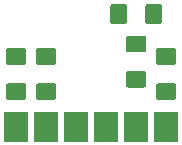
<source format=gbr>
G04 #@! TF.GenerationSoftware,KiCad,Pcbnew,5.0.2+dfsg1-1*
G04 #@! TF.CreationDate,2019-05-02T19:47:23-04:00*
G04 #@! TF.ProjectId,v1,76312e6b-6963-4616-945f-706362585858,rev?*
G04 #@! TF.SameCoordinates,Original*
G04 #@! TF.FileFunction,Paste,Top*
G04 #@! TF.FilePolarity,Positive*
%FSLAX46Y46*%
G04 Gerber Fmt 4.6, Leading zero omitted, Abs format (unit mm)*
G04 Created by KiCad (PCBNEW 5.0.2+dfsg1-1) date Thu 02 May 2019 07:47:23 PM EDT*
%MOMM*%
%LPD*%
G01*
G04 APERTURE LIST*
%ADD10R,2.000000X2.540000*%
%ADD11C,0.100000*%
%ADD12C,1.425000*%
G04 APERTURE END LIST*
D10*
G04 #@! TO.C,J1*
X120650000Y-100330000D03*
X118110000Y-100330000D03*
X115570000Y-100330000D03*
X113030000Y-100330000D03*
X110490000Y-100330000D03*
X107950000Y-100330000D03*
G04 #@! TD*
D11*
G04 #@! TO.C,R5*
G36*
X118759504Y-92633704D02*
X118783773Y-92637304D01*
X118807571Y-92643265D01*
X118830671Y-92651530D01*
X118852849Y-92662020D01*
X118873893Y-92674633D01*
X118893598Y-92689247D01*
X118911777Y-92705723D01*
X118928253Y-92723902D01*
X118942867Y-92743607D01*
X118955480Y-92764651D01*
X118965970Y-92786829D01*
X118974235Y-92809929D01*
X118980196Y-92833727D01*
X118983796Y-92857996D01*
X118985000Y-92882500D01*
X118985000Y-93807500D01*
X118983796Y-93832004D01*
X118980196Y-93856273D01*
X118974235Y-93880071D01*
X118965970Y-93903171D01*
X118955480Y-93925349D01*
X118942867Y-93946393D01*
X118928253Y-93966098D01*
X118911777Y-93984277D01*
X118893598Y-94000753D01*
X118873893Y-94015367D01*
X118852849Y-94027980D01*
X118830671Y-94038470D01*
X118807571Y-94046735D01*
X118783773Y-94052696D01*
X118759504Y-94056296D01*
X118735000Y-94057500D01*
X117485000Y-94057500D01*
X117460496Y-94056296D01*
X117436227Y-94052696D01*
X117412429Y-94046735D01*
X117389329Y-94038470D01*
X117367151Y-94027980D01*
X117346107Y-94015367D01*
X117326402Y-94000753D01*
X117308223Y-93984277D01*
X117291747Y-93966098D01*
X117277133Y-93946393D01*
X117264520Y-93925349D01*
X117254030Y-93903171D01*
X117245765Y-93880071D01*
X117239804Y-93856273D01*
X117236204Y-93832004D01*
X117235000Y-93807500D01*
X117235000Y-92882500D01*
X117236204Y-92857996D01*
X117239804Y-92833727D01*
X117245765Y-92809929D01*
X117254030Y-92786829D01*
X117264520Y-92764651D01*
X117277133Y-92743607D01*
X117291747Y-92723902D01*
X117308223Y-92705723D01*
X117326402Y-92689247D01*
X117346107Y-92674633D01*
X117367151Y-92662020D01*
X117389329Y-92651530D01*
X117412429Y-92643265D01*
X117436227Y-92637304D01*
X117460496Y-92633704D01*
X117485000Y-92632500D01*
X118735000Y-92632500D01*
X118759504Y-92633704D01*
X118759504Y-92633704D01*
G37*
D12*
X118110000Y-93345000D03*
D11*
G36*
X118759504Y-95608704D02*
X118783773Y-95612304D01*
X118807571Y-95618265D01*
X118830671Y-95626530D01*
X118852849Y-95637020D01*
X118873893Y-95649633D01*
X118893598Y-95664247D01*
X118911777Y-95680723D01*
X118928253Y-95698902D01*
X118942867Y-95718607D01*
X118955480Y-95739651D01*
X118965970Y-95761829D01*
X118974235Y-95784929D01*
X118980196Y-95808727D01*
X118983796Y-95832996D01*
X118985000Y-95857500D01*
X118985000Y-96782500D01*
X118983796Y-96807004D01*
X118980196Y-96831273D01*
X118974235Y-96855071D01*
X118965970Y-96878171D01*
X118955480Y-96900349D01*
X118942867Y-96921393D01*
X118928253Y-96941098D01*
X118911777Y-96959277D01*
X118893598Y-96975753D01*
X118873893Y-96990367D01*
X118852849Y-97002980D01*
X118830671Y-97013470D01*
X118807571Y-97021735D01*
X118783773Y-97027696D01*
X118759504Y-97031296D01*
X118735000Y-97032500D01*
X117485000Y-97032500D01*
X117460496Y-97031296D01*
X117436227Y-97027696D01*
X117412429Y-97021735D01*
X117389329Y-97013470D01*
X117367151Y-97002980D01*
X117346107Y-96990367D01*
X117326402Y-96975753D01*
X117308223Y-96959277D01*
X117291747Y-96941098D01*
X117277133Y-96921393D01*
X117264520Y-96900349D01*
X117254030Y-96878171D01*
X117245765Y-96855071D01*
X117239804Y-96831273D01*
X117236204Y-96807004D01*
X117235000Y-96782500D01*
X117235000Y-95857500D01*
X117236204Y-95832996D01*
X117239804Y-95808727D01*
X117245765Y-95784929D01*
X117254030Y-95761829D01*
X117264520Y-95739651D01*
X117277133Y-95718607D01*
X117291747Y-95698902D01*
X117308223Y-95680723D01*
X117326402Y-95664247D01*
X117346107Y-95649633D01*
X117367151Y-95637020D01*
X117389329Y-95626530D01*
X117412429Y-95618265D01*
X117436227Y-95612304D01*
X117460496Y-95608704D01*
X117485000Y-95607500D01*
X118735000Y-95607500D01*
X118759504Y-95608704D01*
X118759504Y-95608704D01*
G37*
D12*
X118110000Y-96320000D03*
G04 #@! TD*
D11*
G04 #@! TO.C,R4*
G36*
X108599504Y-93686204D02*
X108623773Y-93689804D01*
X108647571Y-93695765D01*
X108670671Y-93704030D01*
X108692849Y-93714520D01*
X108713893Y-93727133D01*
X108733598Y-93741747D01*
X108751777Y-93758223D01*
X108768253Y-93776402D01*
X108782867Y-93796107D01*
X108795480Y-93817151D01*
X108805970Y-93839329D01*
X108814235Y-93862429D01*
X108820196Y-93886227D01*
X108823796Y-93910496D01*
X108825000Y-93935000D01*
X108825000Y-94860000D01*
X108823796Y-94884504D01*
X108820196Y-94908773D01*
X108814235Y-94932571D01*
X108805970Y-94955671D01*
X108795480Y-94977849D01*
X108782867Y-94998893D01*
X108768253Y-95018598D01*
X108751777Y-95036777D01*
X108733598Y-95053253D01*
X108713893Y-95067867D01*
X108692849Y-95080480D01*
X108670671Y-95090970D01*
X108647571Y-95099235D01*
X108623773Y-95105196D01*
X108599504Y-95108796D01*
X108575000Y-95110000D01*
X107325000Y-95110000D01*
X107300496Y-95108796D01*
X107276227Y-95105196D01*
X107252429Y-95099235D01*
X107229329Y-95090970D01*
X107207151Y-95080480D01*
X107186107Y-95067867D01*
X107166402Y-95053253D01*
X107148223Y-95036777D01*
X107131747Y-95018598D01*
X107117133Y-94998893D01*
X107104520Y-94977849D01*
X107094030Y-94955671D01*
X107085765Y-94932571D01*
X107079804Y-94908773D01*
X107076204Y-94884504D01*
X107075000Y-94860000D01*
X107075000Y-93935000D01*
X107076204Y-93910496D01*
X107079804Y-93886227D01*
X107085765Y-93862429D01*
X107094030Y-93839329D01*
X107104520Y-93817151D01*
X107117133Y-93796107D01*
X107131747Y-93776402D01*
X107148223Y-93758223D01*
X107166402Y-93741747D01*
X107186107Y-93727133D01*
X107207151Y-93714520D01*
X107229329Y-93704030D01*
X107252429Y-93695765D01*
X107276227Y-93689804D01*
X107300496Y-93686204D01*
X107325000Y-93685000D01*
X108575000Y-93685000D01*
X108599504Y-93686204D01*
X108599504Y-93686204D01*
G37*
D12*
X107950000Y-94397500D03*
D11*
G36*
X108599504Y-96661204D02*
X108623773Y-96664804D01*
X108647571Y-96670765D01*
X108670671Y-96679030D01*
X108692849Y-96689520D01*
X108713893Y-96702133D01*
X108733598Y-96716747D01*
X108751777Y-96733223D01*
X108768253Y-96751402D01*
X108782867Y-96771107D01*
X108795480Y-96792151D01*
X108805970Y-96814329D01*
X108814235Y-96837429D01*
X108820196Y-96861227D01*
X108823796Y-96885496D01*
X108825000Y-96910000D01*
X108825000Y-97835000D01*
X108823796Y-97859504D01*
X108820196Y-97883773D01*
X108814235Y-97907571D01*
X108805970Y-97930671D01*
X108795480Y-97952849D01*
X108782867Y-97973893D01*
X108768253Y-97993598D01*
X108751777Y-98011777D01*
X108733598Y-98028253D01*
X108713893Y-98042867D01*
X108692849Y-98055480D01*
X108670671Y-98065970D01*
X108647571Y-98074235D01*
X108623773Y-98080196D01*
X108599504Y-98083796D01*
X108575000Y-98085000D01*
X107325000Y-98085000D01*
X107300496Y-98083796D01*
X107276227Y-98080196D01*
X107252429Y-98074235D01*
X107229329Y-98065970D01*
X107207151Y-98055480D01*
X107186107Y-98042867D01*
X107166402Y-98028253D01*
X107148223Y-98011777D01*
X107131747Y-97993598D01*
X107117133Y-97973893D01*
X107104520Y-97952849D01*
X107094030Y-97930671D01*
X107085765Y-97907571D01*
X107079804Y-97883773D01*
X107076204Y-97859504D01*
X107075000Y-97835000D01*
X107075000Y-96910000D01*
X107076204Y-96885496D01*
X107079804Y-96861227D01*
X107085765Y-96837429D01*
X107094030Y-96814329D01*
X107104520Y-96792151D01*
X107117133Y-96771107D01*
X107131747Y-96751402D01*
X107148223Y-96733223D01*
X107166402Y-96716747D01*
X107186107Y-96702133D01*
X107207151Y-96689520D01*
X107229329Y-96679030D01*
X107252429Y-96670765D01*
X107276227Y-96664804D01*
X107300496Y-96661204D01*
X107325000Y-96660000D01*
X108575000Y-96660000D01*
X108599504Y-96661204D01*
X108599504Y-96661204D01*
G37*
D12*
X107950000Y-97372500D03*
G04 #@! TD*
D11*
G04 #@! TO.C,R3*
G36*
X121299504Y-93686204D02*
X121323773Y-93689804D01*
X121347571Y-93695765D01*
X121370671Y-93704030D01*
X121392849Y-93714520D01*
X121413893Y-93727133D01*
X121433598Y-93741747D01*
X121451777Y-93758223D01*
X121468253Y-93776402D01*
X121482867Y-93796107D01*
X121495480Y-93817151D01*
X121505970Y-93839329D01*
X121514235Y-93862429D01*
X121520196Y-93886227D01*
X121523796Y-93910496D01*
X121525000Y-93935000D01*
X121525000Y-94860000D01*
X121523796Y-94884504D01*
X121520196Y-94908773D01*
X121514235Y-94932571D01*
X121505970Y-94955671D01*
X121495480Y-94977849D01*
X121482867Y-94998893D01*
X121468253Y-95018598D01*
X121451777Y-95036777D01*
X121433598Y-95053253D01*
X121413893Y-95067867D01*
X121392849Y-95080480D01*
X121370671Y-95090970D01*
X121347571Y-95099235D01*
X121323773Y-95105196D01*
X121299504Y-95108796D01*
X121275000Y-95110000D01*
X120025000Y-95110000D01*
X120000496Y-95108796D01*
X119976227Y-95105196D01*
X119952429Y-95099235D01*
X119929329Y-95090970D01*
X119907151Y-95080480D01*
X119886107Y-95067867D01*
X119866402Y-95053253D01*
X119848223Y-95036777D01*
X119831747Y-95018598D01*
X119817133Y-94998893D01*
X119804520Y-94977849D01*
X119794030Y-94955671D01*
X119785765Y-94932571D01*
X119779804Y-94908773D01*
X119776204Y-94884504D01*
X119775000Y-94860000D01*
X119775000Y-93935000D01*
X119776204Y-93910496D01*
X119779804Y-93886227D01*
X119785765Y-93862429D01*
X119794030Y-93839329D01*
X119804520Y-93817151D01*
X119817133Y-93796107D01*
X119831747Y-93776402D01*
X119848223Y-93758223D01*
X119866402Y-93741747D01*
X119886107Y-93727133D01*
X119907151Y-93714520D01*
X119929329Y-93704030D01*
X119952429Y-93695765D01*
X119976227Y-93689804D01*
X120000496Y-93686204D01*
X120025000Y-93685000D01*
X121275000Y-93685000D01*
X121299504Y-93686204D01*
X121299504Y-93686204D01*
G37*
D12*
X120650000Y-94397500D03*
D11*
G36*
X121299504Y-96661204D02*
X121323773Y-96664804D01*
X121347571Y-96670765D01*
X121370671Y-96679030D01*
X121392849Y-96689520D01*
X121413893Y-96702133D01*
X121433598Y-96716747D01*
X121451777Y-96733223D01*
X121468253Y-96751402D01*
X121482867Y-96771107D01*
X121495480Y-96792151D01*
X121505970Y-96814329D01*
X121514235Y-96837429D01*
X121520196Y-96861227D01*
X121523796Y-96885496D01*
X121525000Y-96910000D01*
X121525000Y-97835000D01*
X121523796Y-97859504D01*
X121520196Y-97883773D01*
X121514235Y-97907571D01*
X121505970Y-97930671D01*
X121495480Y-97952849D01*
X121482867Y-97973893D01*
X121468253Y-97993598D01*
X121451777Y-98011777D01*
X121433598Y-98028253D01*
X121413893Y-98042867D01*
X121392849Y-98055480D01*
X121370671Y-98065970D01*
X121347571Y-98074235D01*
X121323773Y-98080196D01*
X121299504Y-98083796D01*
X121275000Y-98085000D01*
X120025000Y-98085000D01*
X120000496Y-98083796D01*
X119976227Y-98080196D01*
X119952429Y-98074235D01*
X119929329Y-98065970D01*
X119907151Y-98055480D01*
X119886107Y-98042867D01*
X119866402Y-98028253D01*
X119848223Y-98011777D01*
X119831747Y-97993598D01*
X119817133Y-97973893D01*
X119804520Y-97952849D01*
X119794030Y-97930671D01*
X119785765Y-97907571D01*
X119779804Y-97883773D01*
X119776204Y-97859504D01*
X119775000Y-97835000D01*
X119775000Y-96910000D01*
X119776204Y-96885496D01*
X119779804Y-96861227D01*
X119785765Y-96837429D01*
X119794030Y-96814329D01*
X119804520Y-96792151D01*
X119817133Y-96771107D01*
X119831747Y-96751402D01*
X119848223Y-96733223D01*
X119866402Y-96716747D01*
X119886107Y-96702133D01*
X119907151Y-96689520D01*
X119929329Y-96679030D01*
X119952429Y-96670765D01*
X119976227Y-96664804D01*
X120000496Y-96661204D01*
X120025000Y-96660000D01*
X121275000Y-96660000D01*
X121299504Y-96661204D01*
X121299504Y-96661204D01*
G37*
D12*
X120650000Y-97372500D03*
G04 #@! TD*
D11*
G04 #@! TO.C,R2*
G36*
X120084504Y-89931204D02*
X120108773Y-89934804D01*
X120132571Y-89940765D01*
X120155671Y-89949030D01*
X120177849Y-89959520D01*
X120198893Y-89972133D01*
X120218598Y-89986747D01*
X120236777Y-90003223D01*
X120253253Y-90021402D01*
X120267867Y-90041107D01*
X120280480Y-90062151D01*
X120290970Y-90084329D01*
X120299235Y-90107429D01*
X120305196Y-90131227D01*
X120308796Y-90155496D01*
X120310000Y-90180000D01*
X120310000Y-91430000D01*
X120308796Y-91454504D01*
X120305196Y-91478773D01*
X120299235Y-91502571D01*
X120290970Y-91525671D01*
X120280480Y-91547849D01*
X120267867Y-91568893D01*
X120253253Y-91588598D01*
X120236777Y-91606777D01*
X120218598Y-91623253D01*
X120198893Y-91637867D01*
X120177849Y-91650480D01*
X120155671Y-91660970D01*
X120132571Y-91669235D01*
X120108773Y-91675196D01*
X120084504Y-91678796D01*
X120060000Y-91680000D01*
X119135000Y-91680000D01*
X119110496Y-91678796D01*
X119086227Y-91675196D01*
X119062429Y-91669235D01*
X119039329Y-91660970D01*
X119017151Y-91650480D01*
X118996107Y-91637867D01*
X118976402Y-91623253D01*
X118958223Y-91606777D01*
X118941747Y-91588598D01*
X118927133Y-91568893D01*
X118914520Y-91547849D01*
X118904030Y-91525671D01*
X118895765Y-91502571D01*
X118889804Y-91478773D01*
X118886204Y-91454504D01*
X118885000Y-91430000D01*
X118885000Y-90180000D01*
X118886204Y-90155496D01*
X118889804Y-90131227D01*
X118895765Y-90107429D01*
X118904030Y-90084329D01*
X118914520Y-90062151D01*
X118927133Y-90041107D01*
X118941747Y-90021402D01*
X118958223Y-90003223D01*
X118976402Y-89986747D01*
X118996107Y-89972133D01*
X119017151Y-89959520D01*
X119039329Y-89949030D01*
X119062429Y-89940765D01*
X119086227Y-89934804D01*
X119110496Y-89931204D01*
X119135000Y-89930000D01*
X120060000Y-89930000D01*
X120084504Y-89931204D01*
X120084504Y-89931204D01*
G37*
D12*
X119597500Y-90805000D03*
D11*
G36*
X117109504Y-89931204D02*
X117133773Y-89934804D01*
X117157571Y-89940765D01*
X117180671Y-89949030D01*
X117202849Y-89959520D01*
X117223893Y-89972133D01*
X117243598Y-89986747D01*
X117261777Y-90003223D01*
X117278253Y-90021402D01*
X117292867Y-90041107D01*
X117305480Y-90062151D01*
X117315970Y-90084329D01*
X117324235Y-90107429D01*
X117330196Y-90131227D01*
X117333796Y-90155496D01*
X117335000Y-90180000D01*
X117335000Y-91430000D01*
X117333796Y-91454504D01*
X117330196Y-91478773D01*
X117324235Y-91502571D01*
X117315970Y-91525671D01*
X117305480Y-91547849D01*
X117292867Y-91568893D01*
X117278253Y-91588598D01*
X117261777Y-91606777D01*
X117243598Y-91623253D01*
X117223893Y-91637867D01*
X117202849Y-91650480D01*
X117180671Y-91660970D01*
X117157571Y-91669235D01*
X117133773Y-91675196D01*
X117109504Y-91678796D01*
X117085000Y-91680000D01*
X116160000Y-91680000D01*
X116135496Y-91678796D01*
X116111227Y-91675196D01*
X116087429Y-91669235D01*
X116064329Y-91660970D01*
X116042151Y-91650480D01*
X116021107Y-91637867D01*
X116001402Y-91623253D01*
X115983223Y-91606777D01*
X115966747Y-91588598D01*
X115952133Y-91568893D01*
X115939520Y-91547849D01*
X115929030Y-91525671D01*
X115920765Y-91502571D01*
X115914804Y-91478773D01*
X115911204Y-91454504D01*
X115910000Y-91430000D01*
X115910000Y-90180000D01*
X115911204Y-90155496D01*
X115914804Y-90131227D01*
X115920765Y-90107429D01*
X115929030Y-90084329D01*
X115939520Y-90062151D01*
X115952133Y-90041107D01*
X115966747Y-90021402D01*
X115983223Y-90003223D01*
X116001402Y-89986747D01*
X116021107Y-89972133D01*
X116042151Y-89959520D01*
X116064329Y-89949030D01*
X116087429Y-89940765D01*
X116111227Y-89934804D01*
X116135496Y-89931204D01*
X116160000Y-89930000D01*
X117085000Y-89930000D01*
X117109504Y-89931204D01*
X117109504Y-89931204D01*
G37*
D12*
X116622500Y-90805000D03*
G04 #@! TD*
D11*
G04 #@! TO.C,R1*
G36*
X111139504Y-96661204D02*
X111163773Y-96664804D01*
X111187571Y-96670765D01*
X111210671Y-96679030D01*
X111232849Y-96689520D01*
X111253893Y-96702133D01*
X111273598Y-96716747D01*
X111291777Y-96733223D01*
X111308253Y-96751402D01*
X111322867Y-96771107D01*
X111335480Y-96792151D01*
X111345970Y-96814329D01*
X111354235Y-96837429D01*
X111360196Y-96861227D01*
X111363796Y-96885496D01*
X111365000Y-96910000D01*
X111365000Y-97835000D01*
X111363796Y-97859504D01*
X111360196Y-97883773D01*
X111354235Y-97907571D01*
X111345970Y-97930671D01*
X111335480Y-97952849D01*
X111322867Y-97973893D01*
X111308253Y-97993598D01*
X111291777Y-98011777D01*
X111273598Y-98028253D01*
X111253893Y-98042867D01*
X111232849Y-98055480D01*
X111210671Y-98065970D01*
X111187571Y-98074235D01*
X111163773Y-98080196D01*
X111139504Y-98083796D01*
X111115000Y-98085000D01*
X109865000Y-98085000D01*
X109840496Y-98083796D01*
X109816227Y-98080196D01*
X109792429Y-98074235D01*
X109769329Y-98065970D01*
X109747151Y-98055480D01*
X109726107Y-98042867D01*
X109706402Y-98028253D01*
X109688223Y-98011777D01*
X109671747Y-97993598D01*
X109657133Y-97973893D01*
X109644520Y-97952849D01*
X109634030Y-97930671D01*
X109625765Y-97907571D01*
X109619804Y-97883773D01*
X109616204Y-97859504D01*
X109615000Y-97835000D01*
X109615000Y-96910000D01*
X109616204Y-96885496D01*
X109619804Y-96861227D01*
X109625765Y-96837429D01*
X109634030Y-96814329D01*
X109644520Y-96792151D01*
X109657133Y-96771107D01*
X109671747Y-96751402D01*
X109688223Y-96733223D01*
X109706402Y-96716747D01*
X109726107Y-96702133D01*
X109747151Y-96689520D01*
X109769329Y-96679030D01*
X109792429Y-96670765D01*
X109816227Y-96664804D01*
X109840496Y-96661204D01*
X109865000Y-96660000D01*
X111115000Y-96660000D01*
X111139504Y-96661204D01*
X111139504Y-96661204D01*
G37*
D12*
X110490000Y-97372500D03*
D11*
G36*
X111139504Y-93686204D02*
X111163773Y-93689804D01*
X111187571Y-93695765D01*
X111210671Y-93704030D01*
X111232849Y-93714520D01*
X111253893Y-93727133D01*
X111273598Y-93741747D01*
X111291777Y-93758223D01*
X111308253Y-93776402D01*
X111322867Y-93796107D01*
X111335480Y-93817151D01*
X111345970Y-93839329D01*
X111354235Y-93862429D01*
X111360196Y-93886227D01*
X111363796Y-93910496D01*
X111365000Y-93935000D01*
X111365000Y-94860000D01*
X111363796Y-94884504D01*
X111360196Y-94908773D01*
X111354235Y-94932571D01*
X111345970Y-94955671D01*
X111335480Y-94977849D01*
X111322867Y-94998893D01*
X111308253Y-95018598D01*
X111291777Y-95036777D01*
X111273598Y-95053253D01*
X111253893Y-95067867D01*
X111232849Y-95080480D01*
X111210671Y-95090970D01*
X111187571Y-95099235D01*
X111163773Y-95105196D01*
X111139504Y-95108796D01*
X111115000Y-95110000D01*
X109865000Y-95110000D01*
X109840496Y-95108796D01*
X109816227Y-95105196D01*
X109792429Y-95099235D01*
X109769329Y-95090970D01*
X109747151Y-95080480D01*
X109726107Y-95067867D01*
X109706402Y-95053253D01*
X109688223Y-95036777D01*
X109671747Y-95018598D01*
X109657133Y-94998893D01*
X109644520Y-94977849D01*
X109634030Y-94955671D01*
X109625765Y-94932571D01*
X109619804Y-94908773D01*
X109616204Y-94884504D01*
X109615000Y-94860000D01*
X109615000Y-93935000D01*
X109616204Y-93910496D01*
X109619804Y-93886227D01*
X109625765Y-93862429D01*
X109634030Y-93839329D01*
X109644520Y-93817151D01*
X109657133Y-93796107D01*
X109671747Y-93776402D01*
X109688223Y-93758223D01*
X109706402Y-93741747D01*
X109726107Y-93727133D01*
X109747151Y-93714520D01*
X109769329Y-93704030D01*
X109792429Y-93695765D01*
X109816227Y-93689804D01*
X109840496Y-93686204D01*
X109865000Y-93685000D01*
X111115000Y-93685000D01*
X111139504Y-93686204D01*
X111139504Y-93686204D01*
G37*
D12*
X110490000Y-94397500D03*
G04 #@! TD*
M02*

</source>
